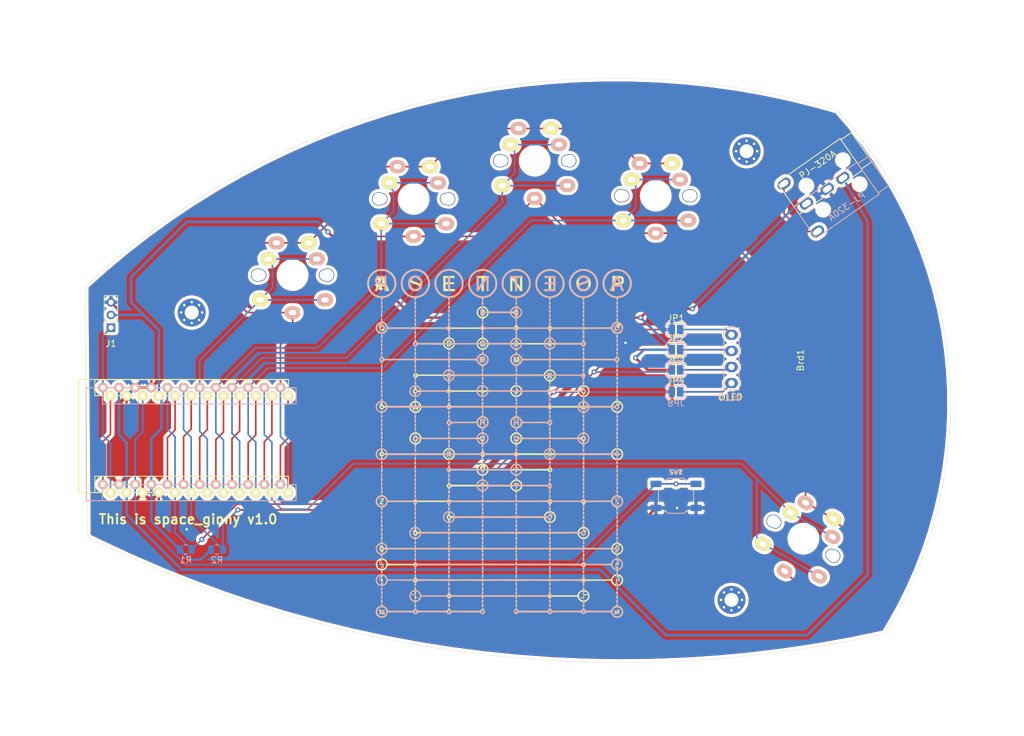
<source format=kicad_pcb>
(kicad_pcb (version 20171130) (host pcbnew 5.1.6)
  (layers (0 F.Cu signal) (31 B.Cu signal) (34 B.Paste user) (35 F.Paste user) (36 B.SilkS user) (37 F.SilkS user) (38 B.Mask user) (39 F.Mask user) (44 Edge.Cuts user))
  (net 0 "")
  (net 1 "Net-(Brd1-Pad2)")
  (net 2 "Net-(Brd1-Pad1)")
  (net 3 "Net-(Brd1-Pad3)")
  (net 4 "Net-(Brd1-Pad4)")
  (net 5 power)
  (net 6 ground)
  (net 7 pin10)
  (net 8 pin16)
  (net 9 pin14)
  (net 10 pin15)
  (net 11 A0)
  (net 12 A1)
  (net 13 A2)
  (net 14 A3)
  (net 15 sda)
  (net 16 scl)
  (net 17 leds)
  (net 18 reset)
  (net 19 row0)
  (net 20 col0)
  (net 21 col1)
  (net 22 col2)
  (net 23 col3)
  (net 24 col4)
  (net 25 connection)
  (net 26 "Net-(U1-Pad1)")
  (net 27 "Net-(U2-Pad24)")
  (module graphics:asetniop (layer B.Cu) (at 196.0439 109.5306 180)
    (fp_text reference G*** hide)
    (fp_text value LOGO hide)
  )
  (module MountingHole:MountingHole_2.2mm_M2_Pad_Via (layer F.Cu) (at 232.5541 134.1353)
    (fp_text reference " " (at 0 -3.2) (layer F.SilkS))
    (fp_text value MountingHole_2.2mm_M2_Pad_Via)
    (pad 1 thru_hole circle (at 1.166726 -1.166726) (size 0.7 0.7) (drill 0.4) (layers *.Cu *.Mask))
    (pad 1 thru_hole circle (at 0 -1.65) (size 0.7 0.7) (drill 0.4) (layers *.Cu *.Mask))
    (pad 1 thru_hole circle (at -1.166726 -1.166726) (size 0.7 0.7) (drill 0.4) (layers *.Cu *.Mask))
    (pad 1 thru_hole circle (at -1.65 0) (size 0.7 0.7) (drill 0.4) (layers *.Cu *.Mask))
    (pad 1 thru_hole circle (at -1.166726 1.166726) (size 0.7 0.7) (drill 0.4) (layers *.Cu *.Mask))
    (pad 1 thru_hole circle (at 0 1.65) (size 0.7 0.7) (drill 0.4) (layers *.Cu *.Mask))
    (pad 1 thru_hole circle (at 1.166726 1.166726) (size 0.7 0.7) (drill 0.4) (layers *.Cu *.Mask))
    (pad 1 thru_hole circle (at 1.65 0) (size 0.7 0.7) (drill 0.4) (layers *.Cu *.Mask))
    (pad 1 thru_hole circle (at 0 0) (size 4.4 4.4) (drill 2.2) (layers *.Cu *.Mask))
  )
  (module MountingHole:MountingHole_2.2mm_M2_Pad_Via (layer F.Cu) (at 234.9352 63.496)
    (fp_text reference " " (at 0 -3.2) (layer F.SilkS))
    (fp_text value MountingHole_2.2mm_M2_Pad_Via)
    (pad 1 thru_hole circle (at 0 0) (size 4.4 4.4) (drill 2.2) (layers *.Cu *.Mask))
    (pad 1 thru_hole circle (at 1.65 0) (size 0.7 0.7) (drill 0.4) (layers *.Cu *.Mask))
    (pad 1 thru_hole circle (at 1.166726 1.166726) (size 0.7 0.7) (drill 0.4) (layers *.Cu *.Mask))
    (pad 1 thru_hole circle (at 0 1.65) (size 0.7 0.7) (drill 0.4) (layers *.Cu *.Mask))
    (pad 1 thru_hole circle (at -1.166726 1.166726) (size 0.7 0.7) (drill 0.4) (layers *.Cu *.Mask))
    (pad 1 thru_hole circle (at -1.65 0) (size 0.7 0.7) (drill 0.4) (layers *.Cu *.Mask))
    (pad 1 thru_hole circle (at -1.166726 -1.166726) (size 0.7 0.7) (drill 0.4) (layers *.Cu *.Mask))
    (pad 1 thru_hole circle (at 0 -1.65) (size 0.7 0.7) (drill 0.4) (layers *.Cu *.Mask))
    (pad 1 thru_hole circle (at 1.166726 -1.166726) (size 0.7 0.7) (drill 0.4) (layers *.Cu *.Mask))
  )
  (module MountingHole:MountingHole_2.2mm_M2_Pad_Via (layer F.Cu) (at 147.6282 88.8944)
    (fp_text reference " " (at 0 -3.2) (layer F.SilkS))
    (fp_text value MountingHole_2.2mm_M2_Pad_Via)
    (pad 1 thru_hole circle (at 1.166726 -1.166726) (size 0.7 0.7) (drill 0.4) (layers *.Cu *.Mask))
    (pad 1 thru_hole circle (at 0 -1.65) (size 0.7 0.7) (drill 0.4) (layers *.Cu *.Mask))
    (pad 1 thru_hole circle (at -1.166726 -1.166726) (size 0.7 0.7) (drill 0.4) (layers *.Cu *.Mask))
    (pad 1 thru_hole circle (at -1.65 0) (size 0.7 0.7) (drill 0.4) (layers *.Cu *.Mask))
    (pad 1 thru_hole circle (at -1.166726 1.166726) (size 0.7 0.7) (drill 0.4) (layers *.Cu *.Mask))
    (pad 1 thru_hole circle (at 0 1.65) (size 0.7 0.7) (drill 0.4) (layers *.Cu *.Mask))
    (pad 1 thru_hole circle (at 1.166726 1.166726) (size 0.7 0.7) (drill 0.4) (layers *.Cu *.Mask))
    (pad 1 thru_hole circle (at 1.65 0) (size 0.7 0.7) (drill 0.4) (layers *.Cu *.Mask))
    (pad 1 thru_hole circle (at 0 0) (size 4.4 4.4) (drill 2.2) (layers *.Cu *.Mask))
  )
  (module graphics:asetniop (layer F.Cu) (at 196.0439 109.5306)
    (fp_text reference G*** hide)
    (fp_text value LOGO hide)
  )
  (module SSD1306:128x64OLED (layer F.Cu) (at 243.1541 96.3862 90)
    (fp_text reference Brd1 (at 0 0.254 90) (layer F.SilkS))
    (fp_text value SSD1306)
    (fp_text user OLED (at -5.9 -10.9 180) (layer B.SilkS) (effects (justify mirror)))
    (fp_text user OLED (at -5.8 -10.7) (layer F.SilkS))
    (pad 2 thru_hole oval (at -1.08 -10.6 180) (size 2 1.6) (drill 1) (layers *.Cu *.Mask) (net 1 "Net-(Brd1-Pad2)"))
    (pad 1 thru_hole oval (at -3.62 -10.6 180) (size 2 1.6) (drill 1) (layers *.Cu *.Mask) (net 2 "Net-(Brd1-Pad1)"))
    (pad 3 thru_hole oval (at 1.46 -10.6 180) (size 2 1.6) (drill 1) (layers *.Cu *.Mask) (net 3 "Net-(Brd1-Pad3)"))
    (pad 4 thru_hole oval (at 4 -10.6 180) (size 2 1.6) (drill 1) (layers *.Cu *.Mask) (net 4 "Net-(Brd1-Pad4)"))
  )
  (module Connector_PinSocket_2.00mm:PinSocket_1x03_P2.00mm_Vertical (layer F.Cu) (at 134.929 91.2755 180)
    (fp_text reference J1 (at 0 -2.5) (layer F.SilkS))
    (fp_text value Conn_01x03)
    (pad 3 thru_hole oval (at 0 4 180) (size 1.35 1.35) (drill 0.8) (layers *.Cu *.Mask) (net 6 ground))
    (pad 2 thru_hole oval (at 0 2 180) (size 1.35 1.35) (drill 0.8) (layers *.Cu *.Mask) (net 5 power))
    (pad 1 thru_hole rect (at 0 0 180) (size 1.35 1.35) (drill 0.8) (layers *.Cu *.Mask) (net 17 leds))
  )
  (module other_parts:CherryMX_Choc_1u_reversible (layer F.Cu) (at 243.8722 124.5 330)
    (fp_text reference SW7 hide)
    (fp_text value SW_Push hide)
    (pad 1 thru_hole oval (at 5.1 3.9 330) (size 2.5 2) (drill oval 1.2 0.8) (layers *.Cu B.SilkS F.Mask) (net 24 col4))
    (pad 2 thru_hole oval (at 0 5.9 330) (size 2.5 2) (drill oval 1.2 0.8) (layers *.Cu *.SilkS *.Mask) (net 19 row0))
    (pad 1 thru_hole oval (at 3.81 -2.54 330) (size 2.5 2) (drill oval 1.2 0.8) (layers *.Cu B.SilkS F.Mask) (net 24 col4))
    (pad 2 thru_hole oval (at -2.54 -5.08 330) (size 2.5 2) (drill oval 1.2 0.8) (layers *.Cu B.SilkS F.Mask) (net 19 row0))
    (pad 1 thru_hole oval (at -5.1 3.9 330) (size 2.5 2) (drill oval 1.2 0.8) (layers *.Cu F.SilkS B.Mask) (net 24 col4))
    (pad "" np_thru_hole circle (at 0 0 60) (size 4 4) (drill 4) (layers *.Cu *.Mask))
    (pad "" np_thru_hole circle (at -5.5 0 60) (size 2.1 2.1) (drill 1.9) (layers *.Cu *.Mask))
    (pad "" np_thru_hole circle (at 5.5 0 60) (size 2.1 2.1) (drill 1.9) (layers *.Cu *.Mask))
    (pad 2 thru_hole oval (at 2.54 -5.08 330) (size 2.5 2) (drill oval 1.2 0.8) (layers *.Cu F.SilkS B.Mask) (net 19 row0))
    (pad 1 thru_hole oval (at -3.81 -2.54 330) (size 2.5 2) (drill oval 1.2 0.8) (layers *.Cu F.SilkS B.Mask) (net 24 col4))
    (pad "" np_thru_hole circle (at 5.08 0 330) (size 1.9 1.9) (drill 1.7) (layers *.Cu *.Mask))
    (pad "" np_thru_hole circle (at -5.08 0 330) (size 1.9 1.9) (drill 1.7) (layers *.Cu *.Mask))
  )
  (module other_parts:CherryMX_Choc_1u_reversible (layer F.Cu) (at 201.5998 65)
    (fp_text reference SW5 hide)
    (fp_text value SW_Push hide)
    (pad 1 thru_hole oval (at 5.1 3.9) (size 2.5 2) (drill oval 1.2 0.8) (layers *.Cu B.SilkS F.Mask) (net 22 col2))
    (pad 2 thru_hole oval (at 0 5.9) (size 2.5 2) (drill oval 1.2 0.8) (layers *.Cu *.SilkS *.Mask) (net 19 row0))
    (pad 1 thru_hole oval (at 3.81 -2.54) (size 2.5 2) (drill oval 1.2 0.8) (layers *.Cu B.SilkS F.Mask) (net 22 col2))
    (pad 2 thru_hole oval (at -2.54 -5.08) (size 2.5 2) (drill oval 1.2 0.8) (layers *.Cu B.SilkS F.Mask) (net 19 row0))
    (pad 1 thru_hole oval (at -5.1 3.9) (size 2.5 2) (drill oval 1.2 0.8) (layers *.Cu F.SilkS B.Mask) (net 22 col2))
    (pad "" np_thru_hole circle (at 0 0 90) (size 4 4) (drill 4) (layers *.Cu *.Mask))
    (pad "" np_thru_hole circle (at -5.5 0 90) (size 2.1 2.1) (drill 1.9) (layers *.Cu *.Mask))
    (pad "" np_thru_hole circle (at 5.5 0 90) (size 2.1 2.1) (drill 1.9) (layers *.Cu *.Mask))
    (pad 2 thru_hole oval (at 2.54 -5.08) (size 2.5 2) (drill oval 1.2 0.8) (layers *.Cu F.SilkS B.Mask) (net 19 row0))
    (pad 1 thru_hole oval (at -3.81 -2.54) (size 2.5 2) (drill oval 1.2 0.8) (layers *.Cu F.SilkS B.Mask) (net 22 col2))
    (pad "" np_thru_hole circle (at 5.08 0) (size 1.9 1.9) (drill 1.7) (layers *.Cu *.Mask))
    (pad "" np_thru_hole circle (at -5.08 0) (size 1.9 1.9) (drill 1.7) (layers *.Cu *.Mask))
  )
  (module other_parts:CherryMX_Choc_1u_reversible (layer F.Cu) (at 182.551 71)
    (fp_text reference SW4 hide)
    (fp_text value SW_Push hide)
    (pad 1 thru_hole oval (at 5.1 3.9) (size 2.5 2) (drill oval 1.2 0.8) (layers *.Cu B.SilkS F.Mask) (net 21 col1))
    (pad 2 thru_hole oval (at 0 5.9) (size 2.5 2) (drill oval 1.2 0.8) (layers *.Cu *.SilkS *.Mask) (net 19 row0))
    (pad 1 thru_hole oval (at 3.81 -2.54) (size 2.5 2) (drill oval 1.2 0.8) (layers *.Cu B.SilkS F.Mask) (net 21 col1))
    (pad 2 thru_hole oval (at -2.54 -5.08) (size 2.5 2) (drill oval 1.2 0.8) (layers *.Cu B.SilkS F.Mask) (net 19 row0))
    (pad 1 thru_hole oval (at -5.1 3.9) (size 2.5 2) (drill oval 1.2 0.8) (layers *.Cu F.SilkS B.Mask) (net 21 col1))
    (pad "" np_thru_hole circle (at 0 0 90) (size 4 4) (drill 4) (layers *.Cu *.Mask))
    (pad "" np_thru_hole circle (at -5.5 0 90) (size 2.1 2.1) (drill 1.9) (layers *.Cu *.Mask))
    (pad "" np_thru_hole circle (at 5.5 0 90) (size 2.1 2.1) (drill 1.9) (layers *.Cu *.Mask))
    (pad 2 thru_hole oval (at 2.54 -5.08) (size 2.5 2) (drill oval 1.2 0.8) (layers *.Cu F.SilkS B.Mask) (net 19 row0))
    (pad 1 thru_hole oval (at -3.81 -2.54) (size 2.5 2) (drill oval 1.2 0.8) (layers *.Cu F.SilkS B.Mask) (net 21 col1))
    (pad "" np_thru_hole circle (at 5.08 0) (size 1.9 1.9) (drill 1.7) (layers *.Cu *.Mask))
    (pad "" np_thru_hole circle (at -5.08 0) (size 1.9 1.9) (drill 1.7) (layers *.Cu *.Mask))
  )
  (module other_parts:CherryMX_Choc_1u_reversible (layer F.Cu) (at 163.5022 83)
    (fp_text reference SW3 hide)
    (fp_text value SW_Push hide)
    (pad 1 thru_hole oval (at 5.1 3.9) (size 2.5 2) (drill oval 1.2 0.8) (layers *.Cu B.SilkS F.Mask) (net 20 col0))
    (pad 2 thru_hole oval (at 0 5.9) (size 2.5 2) (drill oval 1.2 0.8) (layers *.Cu *.SilkS *.Mask) (net 19 row0))
    (pad 1 thru_hole oval (at 3.81 -2.54) (size 2.5 2) (drill oval 1.2 0.8) (layers *.Cu B.SilkS F.Mask) (net 20 col0))
    (pad 2 thru_hole oval (at -2.54 -5.08) (size 2.5 2) (drill oval 1.2 0.8) (layers *.Cu B.SilkS F.Mask) (net 19 row0))
    (pad 1 thru_hole oval (at -5.1 3.9) (size 2.5 2) (drill oval 1.2 0.8) (layers *.Cu F.SilkS B.Mask) (net 20 col0))
    (pad "" np_thru_hole circle (at 0 0 90) (size 4 4) (drill 4) (layers *.Cu *.Mask))
    (pad "" np_thru_hole circle (at -5.5 0 90) (size 2.1 2.1) (drill 1.9) (layers *.Cu *.Mask))
    (pad "" np_thru_hole circle (at 5.5 0 90) (size 2.1 2.1) (drill 1.9) (layers *.Cu *.Mask))
    (pad 2 thru_hole oval (at 2.54 -5.08) (size 2.5 2) (drill oval 1.2 0.8) (layers *.Cu F.SilkS B.Mask) (net 19 row0))
    (pad 1 thru_hole oval (at -3.81 -2.54) (size 2.5 2) (drill oval 1.2 0.8) (layers *.Cu F.SilkS B.Mask) (net 20 col0))
    (pad "" np_thru_hole circle (at 5.08 0) (size 1.9 1.9) (drill 1.7) (layers *.Cu *.Mask))
    (pad "" np_thru_hole circle (at -5.08 0) (size 1.9 1.9) (drill 1.7) (layers *.Cu *.Mask))
  )
  (module other_parts:CherryMX_Choc_1u_reversible (layer F.Cu) (at 220.6486 70.5)
    (fp_text reference SW6 hide)
    (fp_text value SW_Push hide)
    (pad 1 thru_hole oval (at 5.1 3.9) (size 2.5 2) (drill oval 1.2 0.8) (layers *.Cu B.SilkS F.Mask) (net 23 col3))
    (pad 2 thru_hole oval (at 0 5.9) (size 2.5 2) (drill oval 1.2 0.8) (layers *.Cu *.SilkS *.Mask) (net 19 row0))
    (pad 1 thru_hole oval (at 3.81 -2.54) (size 2.5 2) (drill oval 1.2 0.8) (layers *.Cu B.SilkS F.Mask) (net 23 col3))
    (pad 2 thru_hole oval (at -2.54 -5.08) (size 2.5 2) (drill oval 1.2 0.8) (layers *.Cu B.SilkS F.Mask) (net 19 row0))
    (pad 1 thru_hole oval (at -5.1 3.9) (size 2.5 2) (drill oval 1.2 0.8) (layers *.Cu F.SilkS B.Mask) (net 23 col3))
    (pad "" np_thru_hole circle (at 0 0 90) (size 4 4) (drill 4) (layers *.Cu *.Mask))
    (pad "" np_thru_hole circle (at -5.5 0 90) (size 2.1 2.1) (drill 1.9) (layers *.Cu *.Mask))
    (pad "" np_thru_hole circle (at 5.5 0 90) (size 2.1 2.1) (drill 1.9) (layers *.Cu *.Mask))
    (pad 2 thru_hole oval (at 2.54 -5.08) (size 2.5 2) (drill oval 1.2 0.8) (layers *.Cu F.SilkS B.Mask) (net 19 row0))
    (pad 1 thru_hole oval (at -3.81 -2.54) (size 2.5 2) (drill oval 1.2 0.8) (layers *.Cu F.SilkS B.Mask) (net 23 col3))
    (pad "" np_thru_hole circle (at 5.08 0) (size 1.9 1.9) (drill 1.7) (layers *.Cu *.Mask))
    (pad "" np_thru_hole circle (at -5.08 0) (size 1.9 1.9) (drill 1.7) (layers *.Cu *.Mask))
  )
  (module Keebio-Parts:SW_SPST_TL3342 (layer B.Cu) (at 223.8234 117.7613 180)
    (fp_text reference SW2 (at 0 3.75) (layer B.SilkS) (effects (font (size 0.7 0.7)) (justify mirror)))
    (fp_text value SW_Push)
    (pad 1 smd rect (at -3.15 1.9 180) (size 1.7 1) (layers B.Cu B.Paste B.Mask) (net 18 reset))
    (pad 1 smd rect (at 3.15 1.9 180) (size 1.7 1) (layers B.Cu B.Paste B.Mask) (net 18 reset))
    (pad 2 smd rect (at -3.15 -1.9 180) (size 1.7 1) (layers B.Cu B.Paste B.Mask) (net 6 ground))
    (pad 2 smd rect (at 3.15 -1.9 180) (size 1.7 1) (layers B.Cu B.Paste B.Mask) (net 6 ground))
  )
  (module Keebio-Parts:SW_SPST_TL3342 (layer F.Cu) (at 223.8234 117.7613)
    (fp_text reference SW1 (at 0 -3.75) (layer F.SilkS) (effects (font (size 0.7 0.7))))
    (fp_text value SW_Push)
    (pad 1 smd rect (at -3.15 -1.9) (size 1.7 1) (layers F.Cu F.Paste F.Mask) (net 18 reset))
    (pad 1 smd rect (at 3.15 -1.9) (size 1.7 1) (layers F.Cu F.Paste F.Mask) (net 18 reset))
    (pad 2 smd rect (at -3.15 1.9) (size 1.7 1) (layers F.Cu F.Paste F.Mask) (net 6 ground))
    (pad 2 smd rect (at 3.15 1.9) (size 1.7 1) (layers F.Cu F.Paste F.Mask) (net 6 ground))
  )
  (module other_parts:ProMicro (layer B.Cu) (at 148.4219 109.5306 270)
    (fp_text reference U2 hide)
    (fp_text value ProMicro hide)
    (pad 22 thru_hole circle (at -7.521185 8.494255 90) (size 1.524 1.524) (drill 0.8128) (layers *.Cu *.Mask F.SilkS) (net 18 reset))
    (pad 10 thru_hole circle (at 7.718815 -9.285745 90) (size 1.524 1.524) (drill 0.8128) (layers *.Cu *.Mask F.SilkS) (net 23 col3))
    (pad 18 thru_hole circle (at -7.521185 -1.665745 90) (size 1.524 1.524) (drill 0.8128) (layers *.Cu *.Mask F.SilkS) (net 12 A1))
    (pad 6 thru_hole circle (at 7.718815 0.874255 90) (size 1.524 1.524) (drill 0.8128) (layers *.Cu *.Mask F.SilkS) (net 16 scl))
    (pad 4 thru_hole circle (at 7.718815 5.954255 90) (size 1.524 1.524) (drill 0.8128) (layers *.Cu *.Mask F.SilkS) (net 6 ground))
    (pad 14 thru_hole circle (at -7.521185 -11.825745 90) (size 1.524 1.524) (drill 0.8128) (layers *.Cu *.Mask F.SilkS) (net 8 pin16))
    (pad 3 thru_hole circle (at 7.718815 8.494255 90) (size 1.524 1.524) (drill 0.8128) (layers *.Cu *.Mask F.SilkS) (net 6 ground))
    (pad 1 thru_hole circle (at 7.718815 13.574255 90) (size 1.524 1.524) (drill 0.8128) (layers *.Cu *.Mask F.SilkS) (net 17 leds))
    (pad 16 thru_hole circle (at -7.521185 -6.745745 90) (size 1.524 1.524) (drill 0.8128) (layers *.Cu *.Mask F.SilkS) (net 10 pin15))
    (pad 12 thru_hole circle (at 7.718815 -14.365745 90) (size 1.524 1.524) (drill 0.8128) (layers *.Cu *.Mask F.SilkS) (net 19 row0))
    (pad 19 thru_hole circle (at -7.521185 0.874255 90) (size 1.524 1.524) (drill 0.8128) (layers *.Cu *.Mask F.SilkS) (net 13 A2))
    (pad 23 thru_hole circle (at -7.521185 11.034255 90) (size 1.524 1.524) (drill 0.8128) (layers *.Cu *.Mask F.SilkS) (net 6 ground))
    (pad 21 thru_hole circle (at -7.521185 5.954255 90) (size 1.524 1.524) (drill 0.8128) (layers *.Cu *.Mask F.SilkS) (net 5 power))
    (pad 20 thru_hole circle (at -7.521185 3.414255 90) (size 1.524 1.524) (drill 0.8128) (layers *.Cu *.Mask F.SilkS) (net 14 A3))
    (pad 15 thru_hole circle (at -7.521185 -9.285745 90) (size 1.524 1.524) (drill 0.8128) (layers *.Cu *.Mask F.SilkS) (net 9 pin14))
    (pad 17 thru_hole circle (at -7.521185 -4.205745 90) (size 1.524 1.524) (drill 0.8128) (layers *.Cu *.Mask F.SilkS) (net 11 A0))
    (pad 9 thru_hole circle (at 7.718815 -6.745745 90) (size 1.524 1.524) (drill 0.8128) (layers *.Cu *.Mask F.SilkS) (net 22 col2))
    (pad 8 thru_hole circle (at 7.718815 -4.205745 90) (size 1.524 1.524) (drill 0.8128) (layers *.Cu *.Mask F.SilkS) (net 21 col1))
    (pad 13 thru_hole circle (at -7.521185 -14.365745 90) (size 1.524 1.524) (drill 0.8128) (layers *.Cu *.Mask F.SilkS) (net 7 pin10))
    (pad 11 thru_hole circle (at 7.718815 -11.825745 90) (size 1.524 1.524) (drill 0.8128) (layers *.Cu *.Mask F.SilkS) (net 24 col4))
    (pad 2 thru_hole circle (at 7.718815 11.034255 90) (size 1.524 1.524) (drill 0.8128) (layers *.Cu *.Mask F.SilkS) (net 25 connection))
    (pad 24 thru_hole circle (at -7.521185 13.574255 90) (size 1.524 1.524) (drill 0.8128) (layers *.Cu *.Mask F.SilkS) (net 27 "Net-(U2-Pad24)"))
    (pad 7 thru_hole circle (at 7.718815 -1.665745 90) (size 1.524 1.524) (drill 0.8128) (layers *.Cu *.Mask F.SilkS) (net 20 col0))
    (pad 5 thru_hole circle (at 7.718815 3.414255 90) (size 1.524 1.524) (drill 0.8128) (layers *.Cu *.Mask F.SilkS) (net 15 sda))
    (pad 1 thru_hole circle (at -8.82 14.77 270) (size 1.524 1.524) (drill 0.8128) (layers *.Cu *.Mask B.SilkS) (net 17 leds))
    (pad 2 thru_hole circle (at -8.82 12.23 270) (size 1.524 1.524) (drill 0.8128) (layers *.Cu *.Mask B.SilkS) (net 25 connection))
    (pad 3 thru_hole circle (at -8.82 9.69 270) (size 1.524 1.524) (drill 0.8128) (layers *.Cu *.Mask B.SilkS) (net 6 ground))
    (pad 4 thru_hole circle (at -8.82 7.15 270) (size 1.524 1.524) (drill 0.8128) (layers *.Cu *.Mask B.SilkS) (net 6 ground))
    (pad 5 thru_hole circle (at -8.82 4.61 270) (size 1.524 1.524) (drill 0.8128) (layers *.Cu *.Mask B.SilkS) (net 15 sda))
    (pad 6 thru_hole circle (at -8.82 2.07 270) (size 1.524 1.524) (drill 0.8128) (layers *.Cu *.Mask B.SilkS) (net 16 scl))
    (pad 7 thru_hole circle (at -8.82 -0.47 270) (size 1.524 1.524) (drill 0.8128) (layers *.Cu *.Mask B.SilkS) (net 20 col0))
    (pad 8 thru_hole circle (at -8.82 -3.01 270) (size 1.524 1.524) (drill 0.8128) (layers *.Cu *.Mask B.SilkS) (net 21 col1))
    (pad 9 thru_hole circle (at -8.82 -5.55 270) (size 1.524 1.524) (drill 0.8128) (layers *.Cu *.Mask B.SilkS) (net 22 col2))
    (pad 10 thru_hole circle (at -8.82 -8.09 270) (size 1.524 1.524) (drill 0.8128) (layers *.Cu *.Mask B.SilkS) (net 23 col3))
    (pad 11 thru_hole circle (at -8.82 -10.63 270) (size 1.524 1.524) (drill 0.8128) (layers *.Cu *.Mask B.SilkS) (net 24 col4))
    (pad 12 thru_hole circle (at -8.82 -13.17 270) (size 1.524 1.524) (drill 0.8128) (layers *.Cu *.Mask B.SilkS) (net 19 row0))
    (pad 13 thru_hole circle (at 6.42 -13.17 270) (size 1.524 1.524) (drill 0.8128) (layers *.Cu *.Mask B.SilkS) (net 7 pin10))
    (pad 14 thru_hole circle (at 6.42 -10.63 270) (size 1.524 1.524) (drill 0.8128) (layers *.Cu *.Mask B.SilkS) (net 8 pin16))
    (pad 15 thru_hole circle (at 6.42 -8.09 270) (size 1.524 1.524) (drill 0.8128) (layers *.Cu *.Mask B.SilkS) (net 9 pin14))
    (pad 16 thru_hole circle (at 6.42 -5.55 270) (size 1.524 1.524) (drill 0.8128) (layers *.Cu *.Mask B.SilkS) (net 10 pin15))
    (pad 17 thru_hole circle (at 6.42 -3.01 270) (size 1.524 1.524) (drill 0.8128) (layers *.Cu *.Mask B.SilkS) (net 11 A0))
    (pad 18 thru_hole circle (at 6.42 -0.47 270) (size 1.524 1.524) (drill 0.8128) (layers *.Cu *.Mask B.SilkS) (net 12 A1))
    (pad 19 thru_hole circle (at 6.42 2.07 270) (size 1.524 1.524) (drill 0.8128) (layers *.Cu *.Mask B.SilkS) (net 13 A2))
    (pad 20 thru_hole circle (at 6.42 4.61 270) (size 1.524 1.524) (drill 0.8128) (layers *.Cu *.Mask B.SilkS) (net 14 A3))
    (pad 21 thru_hole circle (at 6.42 7.15 270) (size 1.524 1.524) (drill 0.8128) (layers *.Cu *.Mask B.SilkS) (net 5 power))
    (pad 22 thru_hole circle (at 6.42 9.69 270) (size 1.524 1.524) (drill 0.8128) (layers *.Cu *.Mask B.SilkS) (net 18 reset))
    (pad 23 thru_hole circle (at 6.42 12.23 270) (size 1.524 1.524) (drill 0.8128) (layers *.Cu *.Mask B.SilkS) (net 6 ground))
    (pad 24 thru_hole circle (at 6.42 14.77 270) (size 1.524 1.524) (drill 0.8128) (layers *.Cu *.Mask B.SilkS) (net 27 "Net-(U2-Pad24)"))
  )
  (module Keebio-Parts:TRRS-PJ-320A-dual (layer F.Cu) (at 252.713143 65.8771 305)
    (fp_text reference U1)
    (fp_text value TRRS)
    (fp_text user PJ-320A (at -4 5.25 35) (layer F.SilkS))
    (fp_text user PJ-320A (at 4 5.25 215) (layer B.SilkS) (effects (justify mirror)))
    (pad 3 thru_hole oval (at 0 6.2 305) (size 1.6 2.2) (drill oval 0.9 1.5) (layers *.Cu *.Mask) (net 6 ground))
    (pad "" np_thru_hole circle (at -2.3 1.6 305) (size 1.5 1.5) (drill 1.5) (layers *.Cu *.Mask))
    (pad "" np_thru_hole circle (at -2.3 8.6 305) (size 1.5 1.5) (drill 1.5) (layers *.Cu *.Mask))
    (pad 4 thru_hole oval (at 0 3.2 305) (size 1.6 2.2) (drill oval 0.9 1.5) (layers *.Cu *.Mask) (net 25 connection))
    (pad 2 thru_hole oval (at 0 10.2 305) (size 1.6 2.2) (drill oval 0.9 1.5) (layers *.Cu *.Mask) (net 5 power))
    (pad 1 thru_hole oval (at -4.6 11.3 305) (size 1.6 2.2) (drill oval 0.9 1.5) (layers *.Cu *.Mask) (net 26 "Net-(U1-Pad1)"))
    (pad 1 thru_hole oval (at 4.6 11.3 305) (size 1.6 2.2) (drill oval 0.9 1.5) (layers *.Cu *.Mask) (net 26 "Net-(U1-Pad1)"))
    (pad "" np_thru_hole circle (at 2.3 1.6 305) (size 1.5 1.5) (drill 1.5) (layers *.Cu *.Mask))
    (pad "" np_thru_hole circle (at 2.3 8.6 305) (size 1.5 1.5) (drill 1.5) (layers *.Cu *.Mask))
  )
  (module Resistor_SMD:R_0805_2012Metric (layer B.Cu) (at 151.5967 126.1983)
    (fp_text reference R2 (at 0 1.65) (layer B.SilkS) (effects (justify mirror)))
    (fp_text value 4.7k)
    (pad 2 smd roundrect (at 0.9375 0) (size 0.975 1.4) (layers B.Cu B.Paste B.Mask) (net 16 scl))
    (pad 1 smd roundrect (at -0.9375 0) (size 0.975 1.4) (layers B.Cu B.Paste B.Mask) (net 5 power))
  )
  (module Resistor_SMD:R_0805_2012Metric (layer B.Cu) (at 146.6907 126.1983)
    (fp_text reference R1 (at 0 1.65) (layer B.SilkS) (effects (justify mirror)))
    (fp_text value 4.7k)
    (pad 2 smd roundrect (at 0.9375 0) (size 0.975 1.4) (layers B.Cu B.Paste B.Mask) (net 15 sda))
    (pad 1 smd roundrect (at -0.9375 0) (size 0.975 1.4) (layers B.Cu B.Paste B.Mask) (net 5 power))
  )
  (module Jumper:SolderJumper-2_P1.3mm_Open_Pad1.0x1.5mm (layer B.Cu) (at 223.8234 101.3811)
    (fp_text reference JP8 (at 0 1.8) (layer B.SilkS) (effects (justify mirror)))
    (fp_text value Jumper_NO_Small)
    (pad 1 smd rect (at -0.65 0) (size 1 1.5) (layers B.Cu B.Mask) (net 15 sda))
    (pad 2 smd rect (at 0.65 0) (size 1 1.5) (layers B.Cu B.Mask) (net 2 "Net-(Brd1-Pad1)"))
  )
  (module Jumper:SolderJumper-2_P1.3mm_Open_Pad1.0x1.5mm (layer B.Cu) (at 223.8234 97.9188)
    (fp_text reference JP7 (at 0 1.8) (layer B.SilkS) (effects (justify mirror)))
    (fp_text value Jumper_NO_Small)
    (pad 1 smd rect (at -0.65 0) (size 1 1.5) (layers B.Cu B.Mask) (net 16 scl))
    (pad 2 smd rect (at 0.65 0) (size 1 1.5) (layers B.Cu B.Mask) (net 1 "Net-(Brd1-Pad2)"))
  )
  (module Jumper:SolderJumper-2_P1.3mm_Open_Pad1.0x1.5mm (layer B.Cu) (at 223.8234 94.744)
    (fp_text reference JP6 (at 0 1.8) (layer B.SilkS) (effects (justify mirror)))
    (fp_text value Jumper_NO_Small)
    (pad 1 smd rect (at -0.65 0) (size 1 1.5) (layers B.Cu B.Mask) (net 5 power))
    (pad 2 smd rect (at 0.65 0) (size 1 1.5) (layers B.Cu B.Mask) (net 3 "Net-(Brd1-Pad3)"))
  )
  (module Jumper:SolderJumper-2_P1.3mm_Open_Pad1.0x1.5mm (layer B.Cu) (at 223.8234 91.5692)
    (fp_text reference JP5 (at 0 1.8) (layer B.SilkS) (effects (justify mirror)))
    (fp_text value Jumper_NO_Small)
    (pad 1 smd rect (at -0.65 0) (size 1 1.5) (layers B.Cu B.Mask) (net 6 ground))
    (pad 2 smd rect (at 0.65 0) (size 1 1.5) (layers B.Cu B.Mask) (net 4 "Net-(Brd1-Pad4)"))
  )
  (module Jumper:SolderJumper-2_P1.3mm_Open_Pad1.0x1.5mm (layer F.Cu) (at 223.8234 101.3811)
    (fp_text reference JP4 (at 0 -1.8) (layer F.SilkS))
    (fp_text value Jumper_NO_Small)
    (pad 1 smd rect (at -0.65 0) (size 1 1.5) (layers F.Cu F.Mask) (net 6 ground))
    (pad 2 smd rect (at 0.65 0) (size 1 1.5) (layers F.Cu F.Mask) (net 2 "Net-(Brd1-Pad1)"))
  )
  (module Jumper:SolderJumper-2_P1.3mm_Open_Pad1.0x1.5mm (layer F.Cu) (at 223.8234 97.9188)
    (fp_text reference JP3 (at 0 -1.8) (layer F.SilkS))
    (fp_text value Jumper_NO_Small)
    (pad 1 smd rect (at -0.65 0) (size 1 1.5) (layers F.Cu F.Mask) (net 5 power))
    (pad 2 smd rect (at 0.65 0) (size 1 1.5) (layers F.Cu F.Mask) (net 1 "Net-(Brd1-Pad2)"))
  )
  (module Jumper:SolderJumper-2_P1.3mm_Open_Pad1.0x1.5mm (layer F.Cu) (at 223.8234 94.744)
    (fp_text reference JP2 (at 0 -1.8) (layer F.SilkS))
    (fp_text value Jumper_NO_Small)
    (pad 1 smd rect (at -0.65 0) (size 1 1.5) (layers F.Cu F.Mask) (net 16 scl))
    (pad 2 smd rect (at 0.65 0) (size 1 1.5) (layers F.Cu F.Mask) (net 3 "Net-(Brd1-Pad3)"))
  )
  (module Jumper:SolderJumper-2_P1.3mm_Open_Pad1.0x1.5mm (layer F.Cu) (at 223.8234 91.5692)
    (fp_text reference JP1 (at 0 -1.8) (layer F.SilkS))
    (fp_text value Jumper_NO_Small)
    (pad 1 smd rect (at -0.65 0) (size 1 1.5) (layers F.Cu F.Mask) (net 15 sda))
    (pad 2 smd rect (at 0.65 0) (size 1 1.5) (layers F.Cu F.Mask) (net 4 "Net-(Brd1-Pad4)"))
  )
  (gr_text "This is space_ginny v1.0 " (at 147.6282 121.4361) (layer F.SilkS) (effects (font (size 1.5 1.5) (thickness 0.3))))
  (gr_line (start 130.854534 84.742722) (end 131.22761 124.216009) (layer Edge.Cuts) (width 0.05))
  (gr_arc (start 215.359809 -44.84209) (end 131.22761 124.216009) (angle -39.09071428) (layer Edge.Cuts) (width 0.05))
  (gr_arc (start 198.425 103.181) (end 256.660309 139.421679) (angle -74.16829346) (layer Edge.Cuts) (width 0.05))
  (gr_arc (start 214.299 174.614) (end 249.178297 57.041639) (angle -59.4) (layer Edge.Cuts) (width 0.05))
  (segment (start 232.1015 97.9188) (end 232.5541 97.4662) (width 0.254) (layer F.Cu) (net 1))
  (segment (start 224.4734 97.9188) (end 232.1015 97.9188) (width 0.254) (layer F.Cu) (net 1))
  (segment (start 232.1015 97.9188) (end 232.5541 97.4662) (width 0.254) (layer B.Cu) (net 1))
  (segment (start 224.4734 97.9188) (end 232.1015 97.9188) (width 0.254) (layer B.Cu) (net 1))
  (segment (start 231.1792 101.3811) (end 232.5541 100.0062) (width 0.254) (layer F.Cu) (net 2))
  (segment (start 224.4734 101.3811) (end 231.1792 101.3811) (width 0.254) (layer F.Cu) (net 2))
  (segment (start 231.1792 101.3811) (end 232.5541 100.0062) (width 0.254) (layer B.Cu) (net 2))
  (segment (start 224.4734 101.3811) (end 231.1792 101.3811) (width 0.254) (layer B.Cu) (net 2))
  (segment (start 232.3719 94.744) (end 232.5541 94.9262) (width 0.254) (layer F.Cu) (net 3))
  (segment (start 224.4734 94.744) (end 232.3719 94.744) (width 0.254) (layer F.Cu) (net 3))
  (segment (start 232.3719 94.744) (end 232.5541 94.9262) (width 0.254) (layer B.Cu) (net 3))
  (segment (start 224.4734 94.744) (end 232.3719 94.744) (width 0.254) (layer B.Cu) (net 3))
  (segment (start 231.7371 91.5692) (end 232.5541 92.3862) (width 0.254) (layer F.Cu) (net 4))
  (segment (start 224.4734 91.5692) (end 231.7371 91.5692) (width 0.254) (layer F.Cu) (net 4))
  (segment (start 231.7371 91.5692) (end 232.5541 92.3862) (width 0.254) (layer B.Cu) (net 4))
  (segment (start 224.4734 91.5692) (end 231.7371 91.5692) (width 0.254) (layer B.Cu) (net 4))
  (segment (start 141.2719 121.717) (end 145.7532 126.1983) (width 0.381) (layer B.Cu) (net 5))
  (segment (start 141.2719 115.9506) (end 141.2719 121.717) (width 0.381) (layer B.Cu) (net 5))
  (segment (start 149.0718 127.7857) (end 150.6592 126.1983) (width 0.381) (layer B.Cu) (net 5))
  (segment (start 147.3406 127.7857) (end 149.0718 127.7857) (width 0.381) (layer B.Cu) (net 5))
  (segment (start 145.7532 126.1983) (end 147.3406 127.7857) (width 0.381) (layer B.Cu) (net 5))
  (segment (start 142.866 102.40777) (end 142.467645 102.009415) (width 0.381) (layer B.Cu) (net 5))
  (segment (start 142.866 107.1495) (end 142.866 102.40777) (width 0.381) (layer B.Cu) (net 5))
  (segment (start 141.2719 108.7436) (end 142.866 107.1495) (width 0.381) (layer B.Cu) (net 5))
  (segment (start 141.2719 115.9506) (end 141.2719 108.7436) (width 0.381) (layer B.Cu) (net 5))
  (via (at 169.0581 76.1952) (size 0.8) (drill 0.4) (layers F.Cu B.Cu) (net 5))
  (segment (start 182.551 89.6881) (end 169.0581 76.1952) (width 0.381) (layer F.Cu) (net 5))
  (segment (start 208.7431 89.6881) (end 208.7431 89.6881) (width 0.381) (layer F.Cu) (net 5))
  (segment (start 208.7431 89.6881) (end 182.551 89.6881) (width 0.381) (layer F.Cu) (net 5))
  (via (at 226.416668 88.312868) (size 0.8) (drill 0.4) (layers F.Cu B.Cu) (net 5))
  (segment (start 243.001956 71.72758) (end 226.416668 88.312868) (width 0.381) (layer B.Cu) (net 5))
  (segment (start 244.357792 71.72758) (end 243.001956 71.72758) (width 0.381) (layer B.Cu) (net 5))
  (via (at 218.2675 89.6881) (size 0.8) (drill 0.4) (layers F.Cu B.Cu) (net 5))
  (segment (start 208.7431 89.6881) (end 218.2675 89.6881) (width 0.381) (layer F.Cu) (net 5))
  (segment (start 223.1734 94.594) (end 223.1734 94.744) (width 0.381) (layer B.Cu) (net 5))
  (segment (start 218.2675 89.6881) (end 223.1734 94.594) (width 0.381) (layer B.Cu) (net 5))
  (segment (start 219.642732 88.312868) (end 218.2675 89.6881) (width 0.381) (layer F.Cu) (net 5))
  (segment (start 226.416668 88.312868) (end 219.642732 88.312868) (width 0.381) (layer F.Cu) (net 5))
  (segment (start 169.0581 76.1952) (end 167.4707 74.6078) (width 0.381) (layer B.Cu) (net 5))
  (via (at 217.4738 96.0377) (size 0.8) (drill 0.4) (layers F.Cu B.Cu) (net 5))
  (segment (start 223.1734 94.744) (end 218.7675 94.744) (width 0.381) (layer B.Cu) (net 5))
  (segment (start 218.7675 94.744) (end 217.4738 96.0377) (width 0.381) (layer B.Cu) (net 5))
  (segment (start 223.1734 97.9188) (end 219.3549 97.9188) (width 0.381) (layer F.Cu) (net 5))
  (segment (start 219.3549 97.9188) (end 217.4738 96.0377) (width 0.381) (layer F.Cu) (net 5))
  (segment (start 146.8345 74.6078) (end 138.1038 83.3385) (width 0.381) (layer B.Cu) (net 5))
  (segment (start 167.4707 74.6078) (end 146.8345 74.6078) (width 0.381) (layer B.Cu) (net 5))
  (segment (start 142.467645 102.009415) (end 142.467645 96.761243) (width 0.381) (layer B.Cu) (net 5))
  (segment (start 138.1038 87.307) (end 142.467645 91.670845) (width 0.381) (layer B.Cu) (net 5))
  (segment (start 138.1038 83.3385) (end 138.1038 87.307) (width 0.381) (layer B.Cu) (net 5))
  (segment (start 142.467645 96.761243) (end 142.467645 91.670845) (width 0.381) (layer B.Cu) (net 5))
  (segment (start 142.467645 91.670845) (end 140.0723 89.2755) (width 0.381) (layer B.Cu) (net 5))
  (segment (start 140.0723 89.2755) (end 134.929 89.2755) (width 0.381) (layer B.Cu) (net 5))
  (segment (start 137.387645 114.754855) (end 136.1919 115.9506) (width 0.381) (layer F.Cu) (net 6))
  (segment (start 139.927645 117.249415) (end 142.467645 117.249415) (width 0.381) (layer F.Cu) (net 6))
  (segment (start 141.2719 100.7106) (end 138.7319 100.7106) (width 0.381) (layer F.Cu) (net 6))
  (segment (start 138.68646 100.7106) (end 137.387645 102.009415) (width 0.381) (layer F.Cu) (net 6))
  (segment (start 138.7319 100.7106) (end 138.68646 100.7106) (width 0.381) (layer F.Cu) (net 6))
  (segment (start 137.387645 102.009415) (end 137.387645 111.195545) (width 0.381) (layer F.Cu) (net 6))
  (segment (start 137.387645 111.195545) (end 137.387645 114.754855) (width 0.381) (layer F.Cu) (net 6))
  (segment (start 137.387645 111.989245) (end 139.927645 114.529245) (width 0.381) (layer F.Cu) (net 6))
  (segment (start 139.927645 114.529245) (end 139.927645 117.249415) (width 0.381) (layer F.Cu) (net 6))
  (segment (start 137.387645 111.195545) (end 137.387645 111.989245) (width 0.381) (layer F.Cu) (net 6))
  (segment (start 220.6734 119.6613) (end 224.0108 119.6613) (width 0.381) (layer F.Cu) (net 6))
  (segment (start 224.0108 119.6613) (end 226.9734 119.6613) (width 0.381) (layer F.Cu) (net 6))
  (via (at 224.0108 119.6613) (size 0.8) (drill 0.4) (layers F.Cu B.Cu) (net 6))
  (segment (start 226.9734 119.6613) (end 220.6734 119.6613) (width 0.381) (layer B.Cu) (net 6))
  (via (at 215.8864 93.6566) (size 0.8) (drill 0.4) (layers F.Cu B.Cu) (net 6))
  (via (at 146.8345 123.0235) (size 0.8) (drill 0.4) (layers F.Cu B.Cu) (net 6))
  (segment (start 243.284526 65.0834) (end 247.6344 69.433274) (width 0.381) (layer B.Cu) (net 6))
  (segment (start 236.5226 68.2582) (end 239.6974 65.0834) (width 0.381) (layer B.Cu) (net 6))
  (segment (start 236.5226 77.089) (end 236.5226 68.2582) (width 0.381) (layer B.Cu) (net 6))
  (segment (start 223.1734 90.4382) (end 236.5226 77.089) (width 0.381) (layer B.Cu) (net 6))
  (segment (start 239.6974 65.0834) (end 243.284526 65.0834) (width 0.381) (layer B.Cu) (net 6))
  (segment (start 223.1734 91.5692) (end 223.1734 90.4382) (width 0.381) (layer B.Cu) (net 6))
  (segment (start 153.9778 132.5479) (end 207.7868 132.5479) (width 0.381) (layer F.Cu) (net 6))
  (segment (start 142.467645 121.037745) (end 153.9778 132.5479) (width 0.381) (layer F.Cu) (net 6))
  (segment (start 207.7868 132.5479) (end 220.6734 119.6613) (width 0.381) (layer F.Cu) (net 6))
  (segment (start 142.467645 117.249415) (end 142.467645 121.037745) (width 0.381) (layer F.Cu) (net 6))
  (segment (start 141.2719 100.7106) (end 141.2719 93.6184) (width 0.381) (layer F.Cu) (net 6))
  (segment (start 141.2719 93.6184) (end 134.929 87.2755) (width 0.381) (layer F.Cu) (net 6))
  (segment (start 161.5919 109.8535) (end 161.5919 115.9506) (width 0.254) (layer F.Cu) (net 7))
  (segment (start 162.787645 108.657755) (end 161.5919 109.8535) (width 0.254) (layer F.Cu) (net 7))
  (segment (start 162.787645 102.009415) (end 162.787645 108.657755) (width 0.254) (layer F.Cu) (net 7))
  (segment (start 159.0519 109.2187) (end 159.0519 115.9506) (width 0.254) (layer F.Cu) (net 8))
  (segment (start 160.247645 108.022955) (end 159.0519 109.2187) (width 0.254) (layer F.Cu) (net 8))
  (segment (start 160.247645 102.009415) (end 160.247645 108.022955) (width 0.254) (layer F.Cu) (net 8))
  (segment (start 156.5119 109.3776) (end 156.5119 115.9506) (width 0.254) (layer F.Cu) (net 9))
  (segment (start 157.707645 108.181855) (end 156.5119 109.3776) (width 0.254) (layer F.Cu) (net 9))
  (segment (start 157.707645 102.009415) (end 157.707645 108.181855) (width 0.254) (layer F.Cu) (net 9))
  (segment (start 153.9719 108.7428) (end 153.9719 115.9506) (width 0.254) (layer F.Cu) (net 10))
  (segment (start 155.167645 107.547055) (end 153.9719 108.7428) (width 0.254) (layer F.Cu) (net 10))
  (segment (start 155.167645 102.009415) (end 155.167645 107.547055) (width 0.254) (layer F.Cu) (net 10))
  (segment (start 151.4319 108.9017) (end 151.4319 115.9506) (width 0.254) (layer F.Cu) (net 11))
  (segment (start 152.627645 107.705955) (end 151.4319 108.9017) (width 0.254) (layer F.Cu) (net 11))
  (segment (start 152.627645 102.009415) (end 152.627645 107.705955) (width 0.254) (layer F.Cu) (net 11))
  (segment (start 150.087645 107.318235) (end 150.087645 102.009415) (width 0.254) (layer F.Cu) (net 12))
  (segment (start 148.8919 108.51398) (end 150.087645 107.318235) (width 0.254) (layer F.Cu) (net 12))
  (segment (start 148.8919 115.9506) (end 148.8919 108.51398) (width 0.254) (layer F.Cu) (net 12))
  (segment (start 147.547645 107.230055) (end 147.547645 102.009415) (width 0.254) (layer F.Cu) (net 13))
  (segment (start 146.3519 108.4258) (end 147.547645 107.230055) (width 0.254) (layer F.Cu) (net 13))
  (segment (start 146.3519 115.9506) (end 146.3519 108.4258) (width 0.254) (layer F.Cu) (net 13))
  (segment (start 145.007645 107.388955) (end 145.007645 102.009415) (width 0.254) (layer F.Cu) (net 14))
  (segment (start 143.8119 108.5847) (end 145.007645 107.388955) (width 0.254) (layer F.Cu) (net 14))
  (segment (start 143.8119 115.9506) (end 143.8119 108.5847) (width 0.254) (layer F.Cu) (net 14))
  (segment (start 145.007645 123.577745) (end 147.6282 126.1983) (width 0.254) (layer B.Cu) (net 15))
  (segment (start 145.007645 117.249415) (end 145.007645 123.577745) (width 0.254) (layer B.Cu) (net 15))
  (via (at 149.2156 124.6109) (size 0.8) (drill 0.4) (layers F.Cu B.Cu) (net 15))
  (segment (start 147.6282 126.1983) (end 149.2156 124.6109) (width 0.254) (layer B.Cu) (net 15))
  (segment (start 186.9569 119.055) (end 204.59645 101.41545) (width 0.254) (layer F.Cu) (net 15))
  (segment (start 154.7715 119.055) (end 186.9569 119.055) (width 0.254) (layer F.Cu) (net 15))
  (segment (start 149.2156 124.6109) (end 154.7715 119.055) (width 0.254) (layer F.Cu) (net 15))
  (segment (start 145.007645 108.444384) (end 145.007645 117.249415) (width 0.254) (layer B.Cu) (net 15))
  (segment (start 143.8119 107.248639) (end 145.007645 108.444384) (width 0.254) (layer B.Cu) (net 15))
  (segment (start 143.8119 100.7106) (end 143.8119 107.248639) (width 0.254) (layer B.Cu) (net 15))
  (segment (start 204.59645 101.41545) (end 214.4427 91.5692) (width 0.254) (layer F.Cu) (net 15))
  (segment (start 223.13905 101.41545) (end 223.1734 101.3811) (width 0.254) (layer B.Cu) (net 15))
  (segment (start 204.59645 101.41545) (end 223.13905 101.41545) (width 0.254) (layer B.Cu) (net 15))
  (segment (start 204.59645 101.41545) (end 204.59645 101.41545) (width 0.254) (layer F.Cu) (net 15))
  (via (at 204.59645 101.41545) (size 0.8) (drill 0.4) (layers F.Cu B.Cu) (net 15))
  (segment (start 214.4427 91.5692) (end 223.1734 91.5692) (width 0.254) (layer F.Cu) (net 15))
  (segment (start 147.547645 121.211745) (end 152.5342 126.1983) (width 0.254) (layer B.Cu) (net 16))
  (segment (start 147.547645 117.249415) (end 147.547645 121.211745) (width 0.254) (layer B.Cu) (net 16))
  (via (at 154.888717 119.965917) (size 0.8) (drill 0.4) (layers F.Cu B.Cu) (net 16))
  (segment (start 152.5342 122.320434) (end 154.888717 119.965917) (width 0.254) (layer B.Cu) (net 16))
  (segment (start 152.5342 126.1983) (end 152.5342 122.320434) (width 0.254) (layer B.Cu) (net 16))
  (segment (start 189.220783 119.965917) (end 210.94605 98.24065) (width 0.254) (layer F.Cu) (net 16))
  (segment (start 154.888717 119.965917) (end 189.220783 119.965917) (width 0.254) (layer F.Cu) (net 16))
  (segment (start 147.547645 108.523834) (end 147.547645 117.249415) (width 0.254) (layer B.Cu) (net 16))
  (segment (start 146.3519 107.328089) (end 147.547645 108.523834) (width 0.254) (layer B.Cu) (net 16))
  (segment (start 146.3519 100.7106) (end 146.3519 107.328089) (width 0.254) (layer B.Cu) (net 16))
  (segment (start 210.94605 98.24065) (end 210.94605 98.24065) (width 0.254) (layer F.Cu) (net 16))
  (via (at 210.94605 98.24065) (size 0.8) (drill 0.4) (layers F.Cu B.Cu) (net 16))
  (segment (start 222.85155 98.24065) (end 223.1734 97.9188) (width 0.254) (layer B.Cu) (net 16))
  (segment (start 210.94605 98.24065) (end 222.85155 98.24065) (width 0.254) (layer B.Cu) (net 16))
  (segment (start 210.94605 98.24065) (end 214.4427 94.744) (width 0.254) (layer F.Cu) (net 16))
  (segment (start 214.4427 94.744) (end 223.1734 94.744) (width 0.254) (layer F.Cu) (net 16))
  (segment (start 134.847645 109.449245) (end 134.847645 117.249415) (width 0.254) (layer B.Cu) (net 17))
  (segment (start 133.6519 108.2535) (end 134.847645 109.449245) (width 0.254) (layer B.Cu) (net 17))
  (segment (start 133.6519 100.7106) (end 133.6519 108.2535) (width 0.254) (layer B.Cu) (net 17))
  (segment (start 133.6519 92.5526) (end 134.929 91.2755) (width 0.254) (layer B.Cu) (net 17))
  (segment (start 133.6519 100.7106) (end 133.6519 92.5526) (width 0.254) (layer B.Cu) (net 17))
  (segment (start 220.6734 115.8613) (end 223.8423 115.8613) (width 0.254) (layer B.Cu) (net 18))
  (segment (start 223.8423 115.8613) (end 226.9734 115.8613) (width 0.254) (layer B.Cu) (net 18))
  (via (at 223.8423 115.8613) (size 0.8) (drill 0.4) (layers F.Cu B.Cu) (net 18))
  (segment (start 226.9734 115.8613) (end 220.6734 115.8613) (width 0.254) (layer F.Cu) (net 18))
  (segment (start 139.927645 107.706755) (end 139.927645 102.009415) (width 0.254) (layer B.Cu) (net 18))
  (segment (start 138.7319 108.9025) (end 139.927645 107.706755) (width 0.254) (layer B.Cu) (net 18))
  (segment (start 138.7319 115.9506) (end 138.7319 108.9025) (width 0.254) (layer B.Cu) (net 18))
  (segment (start 207.9553 128.5794) (end 220.6734 115.8613) (width 0.254) (layer B.Cu) (net 18))
  (segment (start 146.627122 128.5794) (end 207.9553 128.5794) (width 0.254) (layer B.Cu) (net 18))
  (segment (start 138.7319 120.684178) (end 146.627122 128.5794) (width 0.254) (layer B.Cu) (net 18))
  (segment (start 138.7319 115.9506) (end 138.7319 120.684178) (width 0.254) (layer B.Cu) (net 18))
  (segment (start 160.9622 77.92) (end 166.0422 77.92) (width 0.254) (layer F.Cu) (net 19))
  (segment (start 180.011 65.92) (end 185.091 65.92) (width 0.254) (layer F.Cu) (net 19))
  (segment (start 199.0598 59.92) (end 204.1398 59.92) (width 0.254) (layer F.Cu) (net 19))
  (segment (start 218.1086 65.42) (end 223.1886 65.42) (width 0.254) (layer F.Cu) (net 19))
  (segment (start 178.0422 65.92) (end 180.011 65.92) (width 0.254) (layer F.Cu) (net 19))
  (segment (start 182.551 76.9) (end 172.9377 76.9) (width 0.254) (layer F.Cu) (net 19))
  (segment (start 171.58735 75.54965) (end 171.58735 72.37485) (width 0.254) (layer F.Cu) (net 19))
  (segment (start 172.9377 76.9) (end 171.58735 75.54965) (width 0.254) (layer F.Cu) (net 19))
  (segment (start 171.58735 72.37485) (end 178.0422 65.92) (width 0.254) (layer F.Cu) (net 19))
  (segment (start 166.0422 77.92) (end 171.58735 72.37485) (width 0.254) (layer F.Cu) (net 19))
  (segment (start 161.5919 100.7106) (end 161.5919 93.9795) (width 0.254) (layer F.Cu) (net 19))
  (segment (start 163.5022 92.0692) (end 163.5022 88.9) (width 0.254) (layer F.Cu) (net 19))
  (segment (start 161.5919 93.9795) (end 163.5022 92.0692) (width 0.254) (layer F.Cu) (net 19))
  (segment (start 157.766663 77.92) (end 160.9622 77.92) (width 0.254) (layer F.Cu) (net 19))
  (segment (start 153.9778 81.708863) (end 157.766663 77.92) (width 0.254) (layer F.Cu) (net 19))
  (segment (start 153.9778 86.5133) (end 153.9778 81.708863) (width 0.254) (layer F.Cu) (net 19))
  (segment (start 156.3589 88.8944) (end 153.9778 86.5133) (width 0.254) (layer F.Cu) (net 19))
  (segment (start 163.4966 88.8944) (end 156.3589 88.8944) (width 0.254) (layer F.Cu) (net 19))
  (segment (start 163.5022 88.9) (end 163.4966 88.8944) (width 0.254) (layer F.Cu) (net 19))
  (segment (start 191.091 59.92) (end 199.0598 59.92) (width 0.254) (layer F.Cu) (net 19))
  (segment (start 185.091 65.92) (end 191.091 59.92) (width 0.254) (layer F.Cu) (net 19))
  (segment (start 212.6086 59.92) (end 218.1086 65.42) (width 0.254) (layer F.Cu) (net 19))
  (segment (start 204.1398 59.92) (end 212.6086 59.92) (width 0.254) (layer F.Cu) (net 19))
  (segment (start 195.5998 76.9) (end 182.551 76.9) (width 0.254) (layer F.Cu) (net 19))
  (segment (start 201.5998 70.9) (end 195.5998 76.9) (width 0.254) (layer F.Cu) (net 19))
  (segment (start 207.0998 76.4) (end 220.6486 76.4) (width 0.254) (layer F.Cu) (net 19))
  (segment (start 201.5998 70.9) (end 207.0998 76.4) (width 0.254) (layer F.Cu) (net 19))
  (segment (start 220.6486 76.4) (end 231.1715 76.4) (width 0.254) (layer F.Cu) (net 19))
  (segment (start 244.212495 89.440995) (end 244.212495 118.830591) (width 0.254) (layer F.Cu) (net 19))
  (segment (start 231.1715 76.4) (end 244.212495 89.440995) (width 0.254) (layer F.Cu) (net 19))
  (segment (start 246.047 119.8487) (end 248.611905 121.370591) (width 0.254) (layer F.Cu) (net 19))
  (segment (start 244.212495 118.830591) (end 246.047 119.8487) (width 0.254) (layer F.Cu) (net 19))
  (segment (start 244.65425 133.3416) (end 240.9222 129.60955) (width 0.254) (layer F.Cu) (net 19))
  (segment (start 248.4281 133.3416) (end 244.65425 133.3416) (width 0.254) (layer F.Cu) (net 19))
  (segment (start 252.3966 129.3731) (end 248.4281 133.3416) (width 0.254) (layer F.Cu) (net 19))
  (segment (start 252.3966 125.155286) (end 252.3966 129.3731) (width 0.254) (layer F.Cu) (net 19))
  (segment (start 248.611905 121.370591) (end 252.3966 125.155286) (width 0.254) (layer F.Cu) (net 19))
  (segment (start 162.787645 109.609745) (end 162.787645 117.249415) (width 0.254) (layer B.Cu) (net 19))
  (segment (start 161.5919 108.414) (end 162.787645 109.609745) (width 0.254) (layer B.Cu) (net 19))
  (segment (start 161.5919 100.7106) (end 161.5919 108.414) (width 0.254) (layer B.Cu) (net 19))
  (segment (start 150.087645 108.815245) (end 150.087645 117.249415) (width 0.254) (layer B.Cu) (net 20))
  (segment (start 148.8919 107.6195) (end 150.087645 108.815245) (width 0.254) (layer B.Cu) (net 20))
  (segment (start 148.8919 100.7106) (end 148.8919 107.6195) (width 0.254) (layer B.Cu) (net 20))
  (segment (start 148.8919 96.4103) (end 158.4022 86.9) (width 0.254) (layer B.Cu) (net 20))
  (segment (start 148.8919 100.7106) (end 148.8919 96.4103) (width 0.254) (layer B.Cu) (net 20))
  (segment (start 158.4022 86.9) (end 168.6022 86.9) (width 0.254) (layer B.Cu) (net 20))
  (segment (start 159.6922 80.46) (end 167.3122 80.46) (width 0.254) (layer B.Cu) (net 20))
  (segment (start 160.3274 81.0952) (end 159.6922 80.46) (width 0.254) (layer B.Cu) (net 20))
  (segment (start 160.3274 84.9748) (end 160.3274 81.0952) (width 0.254) (layer B.Cu) (net 20))
  (segment (start 158.4022 86.9) (end 160.3274 84.9748) (width 0.254) (layer B.Cu) (net 20))
  (segment (start 152.627645 108.974145) (end 152.627645 117.249415) (width 0.254) (layer B.Cu) (net 21))
  (segment (start 151.4319 107.7784) (end 152.627645 108.974145) (width 0.254) (layer B.Cu) (net 21))
  (segment (start 151.4319 100.7106) (end 151.4319 107.7784) (width 0.254) (layer B.Cu) (net 21))
  (segment (start 184.677675 68.46) (end 186.361 68.46) (width 0.254) (layer B.Cu) (net 21))
  (segment (start 178.741 68.46) (end 184.677675 68.46) (width 0.254) (layer B.Cu) (net 21))
  (segment (start 179.3762 72.9748) (end 177.451 74.9) (width 0.254) (layer B.Cu) (net 21))
  (segment (start 179.3762 69.744838) (end 179.3762 72.9748) (width 0.254) (layer B.Cu) (net 21))
  (segment (start 178.741 69.109638) (end 179.3762 69.744838) (width 0.254) (layer B.Cu) (net 21))
  (segment (start 178.741 68.46) (end 178.741 69.109638) (width 0.254) (layer B.Cu) (net 21))
  (segment (start 187.651 74.9) (end 177.451 74.9) (width 0.254) (layer B.Cu) (net 21))
  (segment (start 177.451 84.47) (end 177.451 74.9) (width 0.254) (layer B.Cu) (net 21))
  (segment (start 157.6922 94.4503) (end 167.4707 94.4503) (width 0.254) (layer B.Cu) (net 21))
  (segment (start 167.4707 94.4503) (end 177.451 84.47) (width 0.254) (layer B.Cu) (net 21))
  (segment (start 151.4319 100.7106) (end 157.6922 94.4503) (width 0.254) (layer B.Cu) (net 21))
  (segment (start 155.167645 109.133045) (end 155.167645 117.249415) (width 0.254) (layer B.Cu) (net 22))
  (segment (start 153.9719 107.9373) (end 155.167645 109.133045) (width 0.254) (layer B.Cu) (net 22))
  (segment (start 153.9719 100.7106) (end 153.9719 107.9373) (width 0.254) (layer B.Cu) (net 22))
  (segment (start 197.7898 62.46) (end 205.4098 62.46) (width 0.254) (layer B.Cu) (net 22))
  (segment (start 198.425 66.9748) (end 196.4998 68.9) (width 0.254) (layer B.Cu) (net 22))
  (segment (start 198.425 63.0952) (end 198.425 66.9748) (width 0.254) (layer B.Cu) (net 22))
  (segment (start 197.7898 62.46) (end 198.425 63.0952) (width 0.254) (layer B.Cu) (net 22))
  (segment (start 206.6998 68.9) (end 196.4998 68.9) (width 0.254) (layer B.Cu) (net 22))
  (segment (start 196.4998 71.52595) (end 196.4998 68.9) (width 0.254) (layer B.Cu) (net 22))
  (segment (start 171.98805 96.0377) (end 196.4998 71.52595) (width 0.254) (layer B.Cu) (net 22))
  (segment (start 158.6448 96.0377) (end 171.98805 96.0377) (width 0.254) (layer B.Cu) (net 22))
  (segment (start 153.9719 100.7106) (end 158.6448 96.0377) (width 0.254) (layer B.Cu) (net 22))
  (segment (start 156.5119 108.0962) (end 157.707645 109.291945) (width 0.254) (layer B.Cu) (net 23))
  (segment (start 157.707645 109.291945) (end 157.707645 117.249415) (width 0.254) (layer B.Cu) (net 23))
  (segment (start 156.5119 100.7106) (end 156.5119 108.0962) (width 0.254) (layer B.Cu) (net 23))
  (segment (start 216.8386 67.96) (end 224.4586 67.96) (width 0.254) (layer B.Cu) (net 23))
  (segment (start 217.4738 72.4748) (end 215.5486 74.4) (width 0.254) (layer B.Cu) (net 23))
  (segment (start 217.4738 68.5952) (end 217.4738 72.4748) (width 0.254) (layer B.Cu) (net 23))
  (segment (start 216.8386 67.96) (end 217.4738 68.5952) (width 0.254) (layer B.Cu) (net 23))
  (segment (start 225.7486 74.4) (end 215.5486 74.4) (width 0.254) (layer B.Cu) (net 23))
  (segment (start 201.0139 74.4) (end 215.5486 74.4) (width 0.254) (layer B.Cu) (net 23))
  (segment (start 177.7888 97.6251) (end 201.0139 74.4) (width 0.254) (layer B.Cu) (net 23))
  (segment (start 159.5974 97.6251) (end 177.7888 97.6251) (width 0.254) (layer B.Cu) (net 23))
  (segment (start 156.5119 100.7106) (end 159.5974 97.6251) (width 0.254) (layer B.Cu) (net 23))
  (segment (start 160.247645 109.317934) (end 160.247645 117.249415) (width 0.254) (layer B.Cu) (net 24))
  (segment (start 159.0519 108.122189) (end 160.247645 109.317934) (width 0.254) (layer B.Cu) (net 24))
  (segment (start 159.0519 100.7106) (end 159.0519 108.122189) (width 0.254) (layer B.Cu) (net 24))
  (segment (start 243.6659 121.4361) (end 248.441757 124.205295) (width 0.254) (layer B.Cu) (net 24))
  (segment (start 241.842643 120.395295) (end 243.6659 121.4361) (width 0.254) (layer B.Cu) (net 24))
  (segment (start 236.528224 124.350253) (end 237.50547 125.327499) (width 0.254) (layer B.Cu) (net 24))
  (segment (start 236.528224 115.080876) (end 236.528224 124.350253) (width 0.254) (layer B.Cu) (net 24))
  (segment (start 236.528224 115.080876) (end 241.842643 120.395295) (width 0.254) (layer B.Cu) (net 24))
  (segment (start 240.4911 126.992) (end 246.33893 130.427499) (width 0.254) (layer B.Cu) (net 24))
  (segment (start 237.50547 125.327499) (end 240.4911 126.992) (width 0.254) (layer B.Cu) (net 24))
  (segment (start 234.152748 112.7054) (end 236.528224 115.080876) (width 0.254) (layer B.Cu) (net 24))
  (segment (start 173.0266 112.7054) (end 234.152748 112.7054) (width 0.254) (layer B.Cu) (net 24))
  (segment (start 165.8833 119.8487) (end 173.0266 112.7054) (width 0.254) (layer B.Cu) (net 24))
  (segment (start 161.7693 119.8487) (end 165.8833 119.8487) (width 0.254) (layer B.Cu) (net 24))
  (segment (start 160.247645 118.327045) (end 161.7693 119.8487) (width 0.254) (layer B.Cu) (net 24))
  (segment (start 160.247645 117.249415) (end 160.247645 118.327045) (width 0.254) (layer B.Cu) (net 24))
  (segment (start 137.387645 109.349594) (end 137.387645 117.249415) (width 0.381) (layer B.Cu) (net 25))
  (segment (start 136.1919 108.153849) (end 137.387645 109.349594) (width 0.381) (layer B.Cu) (net 25))
  (segment (start 136.1919 100.7106) (end 136.1919 108.153849) (width 0.381) (layer B.Cu) (net 25))
  (segment (start 137.387645 117.249415) (end 137.387645 120.719945) (width 0.381) (layer B.Cu) (net 25))
  (segment (start 146.0408 129.3731) (end 211.9179 129.3731) (width 0.381) (layer B.Cu) (net 25))
  (segment (start 137.387645 120.719945) (end 146.0408 129.3731) (width 0.381) (layer B.Cu) (net 25))
  (segment (start 211.9179 129.3731) (end 222.236 139.6912) (width 0.381) (layer B.Cu) (net 25))
  (segment (start 222.236 139.6912) (end 244.4596 139.6912) (width 0.381) (layer B.Cu) (net 25))
  (segment (start 244.4596 139.6912) (end 253.984 130.1668) (width 0.381) (layer B.Cu) (net 25))
  (segment (start 253.984 130.1668) (end 253.984 74.6078) (width 0.381) (layer B.Cu) (net 25))
  (segment (start 253.984 74.6078) (end 250.091856 67.712545) (width 0.381) (layer B.Cu) (net 25))
  (segment (start 240.818273 73.347573) (end 240.818273 68.590414) (width 0.254) (layer F.Cu) (net 26))
  (segment (start 243.597313 76.126613) (end 240.818273 73.347573) (width 0.254) (layer F.Cu) (net 26))
  (segment (start 246.095177 76.126613) (end 243.597313 76.126613) (width 0.254) (layer F.Cu) (net 26))
  (segment (start 134.847645 108.024555) (end 134.847645 102.009415) (width 0.254) (layer F.Cu) (net 27))
  (segment (start 133.6519 109.2203) (end 134.847645 108.024555) (width 0.254) (layer F.Cu) (net 27))
  (segment (start 133.6519 115.9506) (end 133.6519 109.2203) (width 0.254) (layer F.Cu) (net 27))
  (zone (net 6) (net_name ground) (layer F.Cu) (connect_pads (clearance 0.508)) (min_thickness 0.254) (fill yes (arc_segments 32) (thermal_gap 0.508) (thermal_bridge_width 0.508))
    (polygon (pts (xy 265.8895 153.9778) (xy 120.6424 142.866) (xy 123.0235 40.4787) (xy 277.795 39.685)))
  )
  (zone (net 6) (net_name ground) (layer B.Cu) (connect_pads (clearance 0.508)) (min_thickness 0.254) (fill yes (arc_segments 32) (thermal_gap 0.508) (thermal_bridge_width 0.508))
    (polygon (pts (xy 278.5887 52.3842) (xy 265.8895 155.5652) (xy 117.4676 146.0408) (xy 125.4046 43.6535)))
  )
)
</source>
